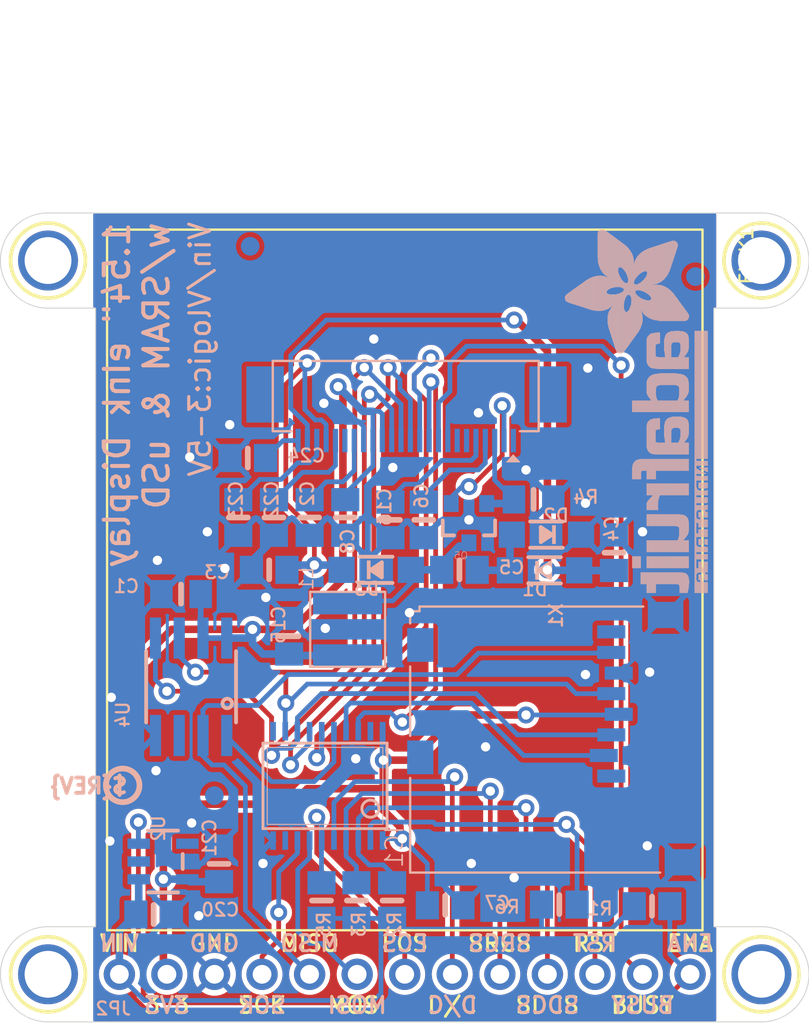
<source format=kicad_pcb>
(kicad_pcb (version 20221018) (generator pcbnew)
  (layers (0 "F.Cu" signal) (31 "B.Cu" signal) (34 "B.Paste" user) (35 "F.Paste" user) (36 "B.SilkS" user "B.Silkscreen") (37 "F.SilkS" user "F.Silkscreen") (38 "B.Mask" user) (39 "F.Mask" user) (44 "Edge.Cuts" user))
  (net 0 "")
  (net 1 "GND")
  (net 2 "3.3V")
  (net 3 "VGH")
  (net 4 "VGL")
  (net 5 "VIN")
  (net 6 "SCLK_3V")
  (net 7 "MOSI_3V")
  (net 8 "DISPCS_3V")
  (net 9 "SRAMCS_3V")
  (net 10 "RESET_3V")
  (net 11 "MISO")
  (net 12 "BUSY")
  (net 13 "RESET")
  (net 14 "SCLK")
  (net 15 "DISPCS")
  (net 16 "SRAMCS")
  (net 17 "SDCS_3V")
  (net 18 "SDCS")
  (net 19 "GDR")
  (net 20 "RESE")
  (net 21 "N$4")
  (net 22 "N$5")
  (net 23 "N$6")
  (net 24 "N$27")
  (net 25 "N$33")
  (net 26 "DC_3V")
  (net 27 "N$2")
  (net 28 "N$3")
  (net 29 "DC")
  (net 30 "MOSI")
  (net 31 "TSCL")
  (net 32 "TSDA")
  (net 33 "ENABLE")
  (net 34 "N$9")
  (footprint "working:MOUNTINGHOLE_2.5_PLATED" (layer "F.Cu") (at 167.5511 85.9536)
    (fp_text reference "U$6" hide)
    (fp_text value "MOUNTINGHOLE2.5" hide)
  )
  (footprint "working:MOUNTINGHOLE_2.5_PLATED" (layer "F.Cu") (at 129.4511 124.0536)
    (fp_text reference "U$3" hide)
    (fp_text value "MOUNTINGHOLE2.5" hide)
  )
  (footprint "working:MOUNTINGHOLE_2.5_PLATED" (layer "F.Cu") (at 167.5511 124.0536)
    (fp_text reference "U$4" hide)
    (fp_text value "MOUNTINGHOLE2.5" hide)
  )
  (footprint "working:MOUNTINGHOLE_2.5_PLATED" (layer "F.Cu") (at 129.4511 85.9536)
    (fp_text reference "U$5" hide)
    (fp_text value "MOUNTINGHOLE2.5" hide)
  )
  (footprint "working:EINK_154IN" (layer "F.Cu") (at 162.3041 92.0026 -90)
    (fp_text reference "EINK1")
    (fp_text value "EINK_EPD0231EINK_154IN_200X200")
  )
  (footprint "working:0805-NO" (layer "B.Cu") (at 147.7391 99.7966 90)
    (fp_text reference "C16")
    (fp_text value "1uF/25V")
  )
  (footprint "working:FIDUCIAL_1MM" (layer "B.Cu") (at 140.2461 85.1916 180)
    (fp_text reference "FID3" hide)
    (fp_text value "FIDUCIAL_1MM" hide)
  )
  (footprint "working:0805-NO" (layer "B.Cu") (at 149.5171 99.7966 90)
    (fp_text reference "C6")
    (fp_text value "1uF/10V")
  )
  (footprint "working:0805_10MGAP" (layer "B.Cu") (at 136.5539 103.7602 180)
    (fp_text reference "C1")
    (fp_text value "1uF")
  )
  (footprint "working:0805-NO" (layer "B.Cu") (at 151.4221 102.4636)
    (fp_text reference "C5")
    (fp_text value "4.7uF/25V")
  )
  (footprint "working:ADAFRUIT_TEXT_20MM" (layer "B.Cu") (at 164.6751 84.1286 -90)
    (fp_text reference "U$28" hide)
    (fp_text value "" hide)
  )
  (footprint "working:SOT23-5" (layer "B.Cu") (at 135.5931 118.0326 90)
    (fp_text reference "U2")
    (fp_text value "MIC5225-3.3")
  )
  (footprint "working:FIDUCIAL_1MM" (layer "B.Cu") (at 138.3321 114.5166 90)
    (fp_text reference "FID2" hide)
    (fp_text value "FIDUCIAL_1MM" hide)
  )
  (footprint "working:0805-NO" (layer "B.Cu") (at 141.2621 102.4636 180)
    (fp_text reference "C3")
    (fp_text value "1uF/25V")
  )
  (footprint "working:SOIC8_150MIL" (layer "B.Cu") (at 137.0921 108.7066 180)
    (fp_text reference "U4")
    (fp_text value "23K640-I/SN")
  )
  (footprint "working:PCBFEAT-REV-040" (layer "B.Cu") (at 133.4371 113.9676 180)
    (fp_text reference "U$9" hide)
    (fp_text value "" hide)
  )
  (footprint "working:0805-NO" (layer "B.Cu") (at 138.5851 118.1596 90)
    (fp_text reference "C21")
    (fp_text value "10µF")
  )
  (footprint "working:0805-NO" (layer "B.Cu") (at 143.4211 99.6696 90)
    (fp_text reference "C2")
    (fp_text value "1uF/10V")
  )
  (footprint "working:FIDUCIAL_1MM" (layer "B.Cu") (at 164.0271 86.8106 180)
    (fp_text reference "FID1" hide)
    (fp_text value "FIDUCIAL_1MM" hide)
  )
  (footprint "working:0805-NO" (layer "B.Cu") (at 150.6601 120.3706)
    (fp_text reference "C7")
    (fp_text value "1uF")
  )
  (footprint "working:TSSOP20" (layer "B.Cu") (at 144.2447 113.9952 180)
    (fp_text reference "IC1")
    (fp_text value "74LVC245PW")
  )
  (footprint "working:SOD-123" (layer "B.Cu") (at 156.0703 100.584 180)
    (fp_text reference "D2")
    (fp_text value "MBR0530")
  )
  (footprint "working:0805-NO" (layer "B.Cu") (at 142.3249 106.0078 -90)
    (fp_text reference "C15")
    (fp_text value "10uF/10V+")
  )
  (footprint "working:0805-NO" (layer "B.Cu") (at 145.9211 120.1166 -90)
    (fp_text reference "R3")
    (fp_text value "100K")
  )
  (footprint "working:0805-NO" (layer "B.Cu") (at 144.0561 120.1166 -90)
    (fp_text reference "R5")
    (fp_text value "100K")
  )
  (footprint "working:0805-NO" (layer "B.Cu") (at 159.6771 101.5492 90)
    (fp_text reference "C4")
    (fp_text value "1uF/25V")
  )
  (footprint "working:0805-NO" (layer "B.Cu") (at 161.7091 120.4176 180)
    (fp_text reference "R1")
    (fp_text value "100K")
  )
  (footprint "working:0805-NO" (layer "B.Cu") (at 139.6111 99.6696 90)
    (fp_text reference "C23")
    (fp_text value "1uF/25V")
  )
  (footprint "working:0805-NO" (layer "B.Cu") (at 147.8261 120.1166 -90)
    (fp_text reference "R2")
    (fp_text value "100K")
  )
  (footprint "working:INDUCTOR_4X4MM_NR401" (layer "B.Cu") (at 145.4531 105.6386 -90)
    (fp_text reference "L1")
    (fp_text value "10uH")
  )
  (footprint "working:0805-NO" (layer "B.Cu") (at 156.7561 120.3306 180)
    (fp_text reference "R6")
    (fp_text value "100K")
  )
  (footprint "working:0805-NO" (layer "B.Cu") (at 141.5161 99.6696 90)
    (fp_text reference "C22")
    (fp_text value "1uF/25V")
  )
  (footprint "working:SOD-123" (layer "B.Cu") (at 155.9687 102.489)
    (fp_text reference "D1")
    (fp_text value "MBR0530")
  )
  (footprint "working:MICROSD" (layer "B.Cu") (at 148.8911 104.4732 -90)
    (fp_text reference "X1")
    (fp_text value "MICROSD")
  )
  (footprint "working:0805_10MGAP" (layer "B.Cu") (at 155.3845 98.7044)
    (fp_text reference "R4")
    (fp_text value "0.47ohm")
  )
  (footprint "working:SOT23-3" (layer "B.Cu") (at 151.9301 99.9236)
    (fp_text reference "Q5")
    (fp_text value "IRLML0100")
  )
  (footprint "working:SOD-123" (layer "B.Cu") (at 146.9771 102.4636)
    (fp_text reference "D3")
    (fp_text value "MBR0530")
  )
  (footprint "working:0805-NO" (layer "B.Cu") (at 140.1191 96.4946)
    (fp_text reference "C24")
    (fp_text value "1uF/6V")
  )
  (footprint "working:0805-NO" (layer "B.Cu") (at 135.0911 120.8616)
    (fp_text reference "C20")
    (fp_text value "10µF")
  )
  (footprint "working:0805-NO" (layer "B.Cu") (at 145.3261 99.6696 -90)
    (fp_text reference "C8")
    (fp_text value "1uF")
  )
  (footprint "working:1X13_ROUND_70" (layer "B.Cu") (at 148.5011 124.0536)
    (fp_text reference "JP2")
    (fp_text value "")
  )
  (gr_arc (start 126.911101 124.053601) (mid 127.655049 122.257549) (end 129.4511 121.5136) (stroke (width 0.05)) (layer "Edge.Cuts"))
  (gr_line (start 167.5511 88.4936) (end 165.0111 88.4936) (stroke (width 0.05)) (layer "Edge.Cuts"))
  (gr_arc (start 170.0911 124.0536) (mid 169.347151 125.849651) (end 167.5511 126.5936) (stroke (width 0.05)) (layer "Edge.Cuts"))
  (gr_arc (start 129.4511 126.5936) (mid 127.655049 125.849651) (end 126.911101 124.053599) (stroke (width 0.05)) (layer "Edge.Cuts"))
  (gr_arc (start 167.5511 83.4136) (mid 169.347151 84.157549) (end 170.0911 85.9536) (stroke (width 0.05)) (layer "Edge.Cuts"))
  (gr_line (start 131.9911 88.4936) (end 131.9911 121.5136) (stroke (width 0.05)) (layer "Edge.Cuts"))
  (gr_line (start 165.0111 121.5136) (end 165.0111 88.4936) (stroke (width 0.05)) (layer "Edge.Cuts"))
  (gr_line (start 131.9911 121.5136) (end 129.4511 121.5136) (stroke (width 0.05)) (layer "Edge.Cuts"))
  (gr_line (start 167.5511 126.5936) (end 129.4511 126.5936) (stroke (width 0.05)) (layer "Edge.Cuts"))
  (gr_arc (start 126.9111 85.9536) (mid 127.655049 84.157548) (end 129.451101 83.413599) (stroke (width 0.05)) (layer "Edge.Cuts"))
  (gr_arc (start 167.5511 121.5136) (mid 169.347151 122.257549) (end 170.0911 124.0536) (stroke (width 0.05)) (layer "Edge.Cuts"))
  (gr_arc (start 170.0911 85.9536) (mid 169.347151 87.749651) (end 167.5511 88.4936) (stroke (width 0.05)) (layer "Edge.Cuts"))
  (gr_line (start 129.4511 83.4136) (end 167.5511 83.4136) (stroke (width 0.05)) (layer "Edge.Cuts"))
  (gr_arc (start 129.4511 88.4936) (mid 127.655049 87.749651) (end 126.911101 85.953599) (stroke (width 0.05)) (layer "Edge.Cuts"))
  (gr_line (start 167.5511 121.5136) (end 165.0111 121.5136) (stroke (width 0.05)) (layer "Edge.Cuts"))
  (gr_line (start 131.9911 88.4936) (end 129.4511 88.4936) (stroke (width 0.05)) (layer "Edge.Cuts"))
  (gr_text "ECS" (at 148.5011 122.4026) (layer "B.SilkS") (effects (font (size 0.8636 0.8636) (thickness 0.1524)) (justify mirror)))
  (gr_text "SDCS" (at 156.1211 125.7046) (layer "B.SilkS") (effects (font (size 0.8636 0.8636) (thickness 0.1524)) (justify mirror)))
  (gr_text "Vin/Vlogic:3-5V" (at 138.2141 83.7946 -270) (layer "B.SilkS") (effects (font (size 1.1049 1.1049) (thickness 0.1651)) (justify left bottom mirror)))
  (gr_text "MISO" (at 143.4211 122.4026) (layer "B.SilkS") (effects (font (size 0.8636 0.8636) (thickness 0.1524)) (justify mirror)))
  (gr_text "BUSY" (at 161.2011 125.7046) (layer "B.SilkS") (effects (font (size 0.8636 0.8636) (thickness 0.1524)) (justify mirror)))
  (gr_text "RST" (at 158.6611 122.4026) (layer "B.SilkS") (effects (font (size 0.8636 0.8636) (thickness 0.1524)) (justify mirror)))
  (gr_text "GND" (at 138.3411 122.4026) (layer "B.SilkS") (effects (font (size 0.8636 0.8636) (thickness 0.1524)) (justify mirror)))
  (gr_text "D/C" (at 151.0411 125.7046) (layer "B.SilkS") (effects (font (size 0.8636 0.8636) (thickness 0.1524)) (justify mirror)))
  (gr_text "ENA" (at 163.7411 122.4026) (layer "B.SilkS") (effects (font (size 0.8636 0.8636) (thickness 0.1524)) (justify mirror)))
  (gr_text "1.54\" eInk Display\nw/SRAM & uSD" (at 132.3721 83.7946 -270) (layer "B.SilkS") (effects (font (size 1.31064 1.31064) (thickness 0.21336)) (justify left top mirror)))
  (gr_text "SCK" (at 140.8811 125.7046) (layer "B.SilkS") (effects (font (size 0.8636 0.8636) (thickness 0.1524)) (justify mirror)))
  (gr_text "SRCS" (at 153.5811 122.4026) (layer "B.SilkS") (effects (font (size 0.8636 0.8636) (thickness 0.1524)) (justify mirror)))
  (gr_text "VIN" (at 133.2611 122.4026) (layer "B.SilkS") (effects (font (size 0.8636 0.8636) (thickness 0.1524)) (justify mirror)))
  (gr_text "MOSI" (at 145.9611 125.7046) (layer "B.SilkS") (effects (font (size 0.8636 0.8636) (thickness 0.1524)) (justify mirror)))
  (gr_text "3V3" (at 135.8011 125.7046) (layer "B.SilkS") (effects (font (size 0.8636 0.8636) (thickness 0.1524)) (justify mirror)))
  (gr_text "RST" (at 158.6611 122.4026) (layer "F.SilkS") (effects (font (size 0.8636 0.8636) (thickness 0.1524))))
  (gr_text "BUSY" (at 161.2011 125.7046) (layer "F.SilkS") (effects (font (size 0.8636 0.8636) (thickness 0.1524))))
  (gr_text "SCK" (at 140.8811 125.7046) (layer "F.SilkS") (effects (font (size 0.8636 0.8636) (thickness 0.1524))))
  (gr_text "GND" (at 138.3411 122.4026) (layer "F.SilkS") (effects (font (size 0.8636 0.8636) (thickness 0.1524))))
  (gr_text "MOSI" (at 145.9611 125.7046) (layer "F.SilkS") (effects (font (size 0.8636 0.8636) (thickness 0.1524))))
  (gr_text "MISO" (at 143.4211 122.4026) (layer "F.SilkS") (effects (font (size 0.8636 0.8636) (thickness 0.1524))))
  (gr_text "ECS" (at 148.5011 122.4026) (layer "F.SilkS") (effects (font (size 0.8636 0.8636) (thickness 0.1524))))
  (gr_text "3V3" (at 135.8011 125.7046) (layer "F.SilkS") (effects (font (size 0.8636 0.8636) (thickness 0.1524))))
  (gr_text "SDCS" (at 156.1211 125.7046) (layer "F.SilkS") (effects (font (size 0.8636 0.8636) (thickness 0.1524))))
  (gr_text "SRCS" (at 153.5811 122.4026) (layer "F.SilkS") (effects (font (size 0.8636 0.8636) (thickness 0.1524))))
  (gr_text "D/C" (at 151.0411 125.7046) (layer "F.SilkS") (effects (font (size 0.8636 0.8636) (thickness 0.1524))))
  (gr_text "ENA" (at 163.7411 122.4026) (layer "F.SilkS") (effects (font (size 0.8636 0.8636) (thickness 0.1524))))
  (gr_text "VIN" (at 133.2611 122.4026) (layer "F.SilkS") (effects (font (size 0.8636 0.8636) (thickness 0.1524))))
  (via (at 144.1831 93.5736) (size 0.9064) (drill 0.5) (layers "F.Cu" "B.Cu") (net 1))
  (via (at 152.8191 111.9124) (size 0.9064) (drill 0.5) (layers "F.Cu" "B.Cu") (net 1))
  (via (at 140.9319 118.1354) (size 0.9064) (drill 0.5) (layers "F.Cu" "B.Cu") (net 1))
  (via (at 158.2801 91.694) (size 0.9064) (drill 0.5) (layers "F.Cu" "B.Cu") (net 1))
  (via (at 135.2931 101.9556) (size 0.9064) (drill 0.5) (layers "F.Cu" "B.Cu") (net 1))
  (via (at 132.8293 109.2708) (size 0.9064) (drill 0.5) (layers "F.Cu" "B.Cu") (net 1))
  (via (at 137.9601 100.4316) (size 0.9064) (drill 0.5) (layers "F.Cu" "B.Cu") (net 1))
  (via (at 145.8849 112.5474) (size 0.9064) (drill 0.5) (layers "F.Cu" "B.Cu") (net 1))
  (via (at 137.1219 115.9764) (size 0.9064) (drill 0.5) (layers "F.Cu" "B.Cu") (net 1))
  (via (at 137.5029 120.9294) (size 0.9064) (drill 0.5) (layers "F.Cu" "B.Cu") (net 1))
  (via (at 152.0571 118.1354) (size 0.9064) (drill 0.5) (layers "F.Cu" "B.Cu") (net 1))
  (via (at 154.3431 118.8974) (size 0.9064) (drill 0.5) (layers "F.Cu" "B.Cu") (net 1))
  (via (at 151.9301 99.7966) (size 0.9064) (drill 0.5) (layers "F.Cu" "B.Cu") (net 1))
  (via (at 135.2169 113.1824) (size 0.9064) (drill 0.5) (layers "F.Cu" "B.Cu") (net 1))
  (via (at 147.8661 97.0026) (size 0.9064) (drill 0.5) (layers "F.Cu" "B.Cu") (net 1))
  (via (at 161.5821 107.9246) (size 0.9064) (drill 0.5) (layers "F.Cu" "B.Cu") (net 1))
  (via (at 132.7531 116.9416) (size 0.9064) (drill 0.5) (layers "F.Cu" "B.Cu") (net 1))
  (via (at 158.1531 98.9076) (size 0.9064) (drill 0.5) (layers "F.Cu" "B.Cu") (net 1))
  (via (at 144.2593 105.5878) (size 0.9064) (drill 0.5) (layers "F.Cu" "B.Cu") (net 1))
  (via (at 141.0843 103.9368) (size 0.9064) (drill 0.5) (layers "F.Cu" "B.Cu") (net 1))
  (via (at 137.0203 96.4438) (size 0.9064) (drill 0.5) (layers "F.Cu" "B.Cu") (net 1))
  (via (at 152.4381 94.0816) (size 0.9064) (drill 0.5) (layers "F.Cu" "B.Cu") (net 1))
  (via (at 146.8501 90.1446) (size 0.9064) (drill 0.5) (layers "F.Cu" "B.Cu") (net 1))
  (via (at 139.1539 94.7166) (size 0.9064) (drill 0.5) (layers "F.Cu" "B.Cu") (net 1))
  (via (at 161.2011 100.4316) (size 0.9064) (drill 0.5) (layers "F.Cu" "B.Cu") (net 1))
  (via (at 138.8999 102.3874) (size 0.9064) (drill 0.5) (layers "F.Cu" "B.Cu") (net 1))
  (via (at 158.1531 108.0516) (size 0.9064) (drill 0.5) (layers "F.Cu" "B.Cu") (net 1))
  (via (at 148.7551 104.7496) (size 0.9064) (drill 0.5) (layers "F.Cu" "B.Cu") (net 1))
  (via (at 161.4551 117.1956) (size 0.9064) (drill 0.5) (layers "F.Cu" "B.Cu") (net 1))
  (via (at 154.9781 97.1296) (size 0.9064) (drill 0.5) (layers "F.Cu" "B.Cu") (net 1))
  (segment (start 146.3041 95.5626) (end 146.3041 94.8056) (width 0.254) (layer "B.Cu") (net 1))
  (segment (start 145.3261 94.5896) (end 144.3101 93.5736) (width 0.254) (layer "B.Cu") (net 1))
  (segment (start 150.8041 94.5726) (end 151.1681 94.2086) (width 0.254) (layer "B.Cu") (net 1))
  (segment (start 141.1351 101.1936) (end 141.1351 100.8126) (width 0.4064) (layer "B.Cu") (net 1))
  (segment (start 150.8041 95.5626) (end 150.8041 94.5726) (width 0.254) (layer "B.Cu") (net 1))
  (segment (start 140.3121 102.0166) (end 141.1351 101.1936) (width 0.4064) (layer "B.Cu") (net 1))
  (segment (start 146.3041 94.8056) (end 146.0881 94.5896) (width 0.254) (layer "B.Cu") (net 1))
  (segment (start 146.0881 94.5896) (end 145.3261 94.5896) (width 0.254) (layer "B.Cu") (net 1))
  (segment (start 144.3101 93.5736) (end 144.1831 93.5736) (width 0.254) (layer "B.Cu") (net 1))
  (segment (start 140.3121 102.4636) (end 140.3121 102.0166) (width 0.4064) (layer "B.Cu") (net 1))
  (segment (start 134.0231 107.6706) (end 136.0551 105.6386) (width 0.4064) (layer "F.Cu") (net 2))
  (segment (start 148.2471 116.6876) (end 148.2471 116.1796) (width 0.4064) (layer "F.Cu") (net 2))
  (segment (start 151.2951 110.2106) (end 148.8821 112.6236) (width 0.4064) (layer "F.Cu") (net 2))
  (segment (start 148.3741 116.8146) (end 148.2471 116.6876) (width 0.4064) (layer "F.Cu") (net 2))
  (segment (start 145.1991 92.9386) (end 144.9451 92.6846) (width 0.4064) (layer "F.Cu") (net 2))
  (segment (start 145.1991 102.9716) (end 145.1991 92.9386) (width 0.4064) (layer "F.Cu") (net 2))
  (segment (start 134.0231 113.3856) (end 134.0231 107.6706) (width 0.4064) (layer "F.Cu") (net 2))
  (segment (start 151.2951 110.2106) (end 154.9781 110.2106) (width 0.4064) (layer "F.Cu") (net 2))
  (segment (start 135.6106 114.9731) (end 134.0231 113.3856) (width 0.4064) (layer "F.Cu") (net 2))
  (segment (start 142.5321 105.6386) (end 145.1991 102.9716) (width 0.4064) (layer "F.Cu") (net 2))
  (segment (start 143.2941 114.1476) (end 147.3581 114.1476) (width 0.4064) (layer "F.Cu") (net 2))
  (segment (start 148.2471 116.1796) (end 147.3581 115.2906) (width 0.4064) (layer "F.Cu") (net 2))
  (segment (start 135.6106 118.9736) (end 135.6106 114.9731) (width 0.4064) (layer "F.Cu") (net 2))
  (segment (start 135.6106 123.8631) (end 135.6106 118.9736) (width 0.4064) (layer "F.Cu") (net 2))
  (segment (start 147.3581 115.2906) (end 147.3581 114.1476) (width 0.4064) (layer "F.Cu") (net 2))
  (segment (start 135.8011 124.0536) (end 135.6106 123.8631) (width 0.4064) (layer "F.Cu") (net 2))
  (segment (start 135.6106 114.9731) (end 142.4686 114.9731) (width 0.4064) (layer "F.Cu") (net 2))
  (segment (start 148.8821 112.6236) (end 147.3581 112.6236) (width 0.4064) (layer "F.Cu") (net 2))
  (segment (start 147.3581 114.1476) (end 147.3581 112.6236) (width 0.4064) (layer "F.Cu") (net 2))
  (segment (start 140.3731 105.6386) (end 142.5321 105.6386) (width 0.4064) (layer "F.Cu") (net 2))
  (segment (start 142.4686 114.9731) (end 143.2941 114.1476) (width 0.4064) (layer "F.Cu") (net 2))
  (segment (start 136.0551 105.6386) (end 140.3731 105.6386) (width 0.4064) (layer "F.Cu") (net 2))
  (via (at 148.3741 116.8146) (size 0.9064) (drill 0.5) (layers "F.Cu" "B.Cu") (net 2))
  (via (at 154.9781 110.2106) (size 0.9064) (drill 0.5) (layers "F.Cu" "B.Cu") (net 2))
  (via (at 135.6106 118.9736) (size 0.9064) (drill 0.5) (layers "F.Cu" "B.Cu") (net 2))
  (via (at 147.3581 112.6236) (size 0.9064) (drill 0.5) (layers "F.Cu" "B.Cu") (net 2))
  (via (at 144.9451 92.6846) (size 0.9064) (drill 0.5) (layers "F.Cu" "B.Cu") (net 2))
  (via (at 140.3731 105.6386) (size 0.9064) (drill 0.5) (layers "F.Cu" "B.Cu") (net 2))
  (segment (start 146.8041 95.5626) (end 146.8041 94.0006) (width 0.254) (layer "B.Cu") (net 2))
  (segment (start 146.8041 95.5626) (end 146.8041 96.9216) (width 0.254) (layer "B.Cu") (net 2))
  (segment (start 137.0202 119.1096) (end 136.8932 118.9826) (width 0.4064) (layer "B.Cu") (net 2))
  (segment (start 146.8041 94.0006) (end 146.2611 94.0006) (width 0.4064) (layer "B.Cu") (net 2))
  (segment (start 145.4531 107.0386) (end 142.4057 107.0386) (width 0.4064) (layer "B.Cu") (net 2))
  (segment (start 147.4181 116.8146) (end 148.3741 116.8146) (width 0.254) (layer "B.Cu") (net 2))
  (segment (start 138.5851 119.1096) (end 137.0202 119.1096) (width 0.4064) (layer "B.Cu") (net 2))
  (segment (start 140.3331 106.1066) (end 140.3731 106.1466) (width 0.4064) (layer "B.Cu") (net 2))
  (segment (start 142.4057 107.0386) (end 142.3249 106.9578) (width 0.4064) (layer "B.Cu") (net 2))
  (segment (start 146.8041 96.9216) (end 145.3261 98.3996) (width 0.254) (layer "B.Cu") (net 2))
  (segment (start 147.3041 94.1546) (end 147.1501 94.0006) (width 0.254) (layer "B.Cu") (net 2))
  (segment (start 138.9971 106.1066) (end 137.7271 106.1066) (width 0.3048) (layer "B.Cu") (net 2))
  (segment (start 159.9311 110.1732) (end 159.9311 110.2106) (width 0.254) (layer "B.Cu") (net 2))
  (segment (start 140.9303 106.9578) (end 140.3731 106.4006) (width 0.4064) (layer "B.Cu") (net 2))
  (segment (start 140.3731 106.1466) (end 140.3731 105.6386) (width 0.4064) (layer "B.Cu") (net 2))
  (segment (start 137.6039 105.9834) (end 137.6039 103.7602) (width 0.3048) (layer "B.Cu") (net 2))
  (segment (start 140.3731 106.4006) (end 140.3731 106.1466) (width 0.4064) (layer "B.Cu") (net 2))
  (segment (start 147.3197 112.6236) (end 147.3581 112.6236) (width 0.3048) (layer "B.Cu") (net 2))
  (segment (start 146.2611 94.0006) (end 144.9451 92.6846) (width 0.4064) (layer "B.Cu") (net 2))
  (segment (start 147.1501 94.0006) (end 146.8041 94.0006) (width 0.254) (layer "B.Cu") (net 2))
  (segment (start 145.3261 98.3996) (end 145.3261 98.7196) (width 0.254) (layer "B.Cu") (net 2))
  (segment (start 142.3249 106.9578) (end 140.9303 106.9578) (width 0.4064) (layer "B.Cu") (net 2))
  (segment (start 136.8842 118.9736) (end 135.6106 118.9736) (width 0.4064) (layer "B.Cu") (net 2))
  (segment (start 136.8932 118.9826) (end 136.8842 118.9736) (width 0.4064) (layer "B.Cu") (net 2))
  (segment (start 144.9451 92.6496) (end 144.9451 92.6846) (width 0.4064) (layer "B.Cu") (net 2))
  (segment (start 138.9971 106.1066) (end 140.3331 106.1066) (width 0.4064) (layer "B.Cu") (net 2))
  (segment (start 147.3197 111.0774) (end 147.3197 112.6236) (width 0.3048) (layer "B.Cu") (net 2))
  (segment (start 149.7101 120.3706) (end 149.7101 118.1506) (width 0.254) (layer "B.Cu") (net 2))
  (segment (start 149.7101 118.1506) (end 148.3741 116.8146) (width 0.254) (layer "B.Cu") (net 2))
  (segment (start 137.7271 106.1066) (end 137.6039 105.9834) (width 0.3048) (layer "B.Cu") (net 2))
  (segment (start 147.3197 116.913) (end 147.4181 116.8146) (width 0.254) (layer "B.Cu") (net 2))
  (segment (start 147.3041 94.1546) (end 147.3041 95.5626) (width 0.254) (layer "B.Cu") (net 2))
  (segment (start 159.9311 110.2106) (end 154.9781 110.2106) (width 0.254) (layer "B.Cu") (net 2))
  (segment (start 142.1511 92.5576) (end 143.2941 91.4146) (width 0.254) (layer "F.Cu") (net 3))
  (segment (start 143.6751 102.2096) (end 143.6751 100.4316) (width 0.254) (layer "F.Cu") (net 3))
  (segment (start 142.1511 98.9076) (end 142.1511 92.5576) (width 0.254) (layer "F.Cu") (net 3))
  (segment (start 143.6751 100.4316) (end 142.1511 98.9076) (width 0.254) (layer "F.Cu") (net 3))
  (via (at 143.2941 91.4146) (size 0.9064) (drill 0.5) (layers "F.Cu" "B.Cu") (net 3))
  (via (at 143.6751 102.2096) (size 0.9064) (drill 0.5) (layers "F.Cu" "B.Cu") (net 3))
  (segment (start 144.8181 102.4636) (end 144.5641 102.2096) (width 0.4064) (layer "B.Cu") (net 3))
  (segment (start 143.1671 91.7956) (end 143.2941 91.6686) (width 0.254) (layer "B.Cu") (net 3))
  (segment (start 142.2121 102.3366) (end 142.4051 102.3366) (width 0.4064) (layer "B.Cu") (net 3))
  (segment (start 144.3041 95.5626) (end 144.3041 94.7106) (width 0.254) (layer "B.Cu") (net 3))
  (segment (start 142.5321 102.2096) (end 143.6751 102.2096) (width 0.4064) (layer "B.Cu") (net 3))
  (segment (start 144.3041 94.7106) (end 144.0561 94.4626) (width 0.254) (layer "B.Cu") (net 3))
  (segment (start 145.1271 102.4636) (end 144.8181 102.4636) (width 0.4064) (layer "B.Cu") (net 3))
  (segment (start 142.2121 102.4636) (end 142.2121 102.3366) (width 0.4064) (layer "B.Cu") (net 3))
  (segment (start 144.0561 94.4626) (end 143.7259 94.4626) (width 0.254) (layer "B.Cu") (net 3))
  (segment (start 144.5641 102.2096) (end 143.6751 102.2096) (width 0.4064) (layer "B.Cu") (net 3))
  (segment (start 143.7259 94.4626) (end 143.1671 93.9038) (width 0.254) (layer "B.Cu") (net 3))
  (segment (start 142.4051 102.3366) (end 142.5321 102.2096) (width 0.4064) (layer "B.Cu") (net 3))
  (segment (start 143.1671 93.9038) (end 143.1671 91.7956) (width 0.254) (layer "B.Cu") (net 3))
  (segment (start 143.2941 91.6686) (end 143.2941 91.4146) (width 0.254) (layer "B.Cu") (net 3))
  (segment (start 156.1211 90.7796) (end 154.4701 89.1286) (width 0.4064) (layer "F.Cu") (net 4))
  (segment (start 154.3431 89.1286) (end 154.4701 89.1286) (width 0.254) (layer "F.Cu") (net 4))
  (segment (start 156.1211 102.4636) (end 156.1211 90.7796) (width 0.4064) (layer "F.Cu") (net 4))
  (via (at 154.3431 89.1286) (size 0.9064) (drill 0.5) (layers "F.Cu" "B.Cu") (net 4))
  (via (at 156.1211 102.4636) (size 0.9064) (drill 0.5) (layers "F.Cu" "B.Cu") (net 4))
  (segment (start 142.4151 93.8376) (end 142.4151 91.0236) (width 0.254) (layer "B.Cu") (net 4))
  (segment (start 142.4151 91.0236) (end 144.3101 89.1286) (width 0.254) (layer "B.Cu") (net 4))
  (segment (start 143.3041 95.5626) (end 143.3041 94.7266) (width 0.254) (layer "B.Cu") (net 4))
  (segment (start 157.8187 102.489) (end 156.1465 102.489) (width 0.4064) (layer "B.Cu") (net 4))
  (segment (start 156.1465 102.489) (end 156.1211 102.4636) (width 0.4064) (layer "B.Cu") (net 4))
  (segment (start 157.8289 102.4992) (end 157.8187 102.489) (width 0.4064) (layer "B.Cu") (net 4))
  (segment (start 143.3041 94.7266) (end 142.4151 93.8376) (width 0.254) (layer "B.Cu") (net 4))
  (segment (start 159.6771 102.4992) (end 157.8289 102.4992) (width 0.4064) (layer "B.Cu") (net 4))
  (segment (start 144.3101 89.1286) (end 154.3431 89.1286) (width 0.254) (layer "B.Cu") (net 4))
  (segment (start 145.9211 121.0666) (end 144.0561 121.0666) (width 0.254) (layer "B.Cu") (net 5))
  (segment (start 147.2311 125.0696) (end 147.2311 121.1936) (width 0.254) (layer "B.Cu") (net 5))
  (segment (start 159.5361 121.6406) (end 155.8061 121.6406) (width 0.254) (layer "B.Cu") (net 5))
  (segment (start 147.2311 121.1936) (end 147.1041 121.0666) (width 0.254) (layer "B.Cu") (net 5))
  (segment (start 155.8061 121.6406) (end 147.8261 121.6406) (width 0.254) (layer "B.Cu") (net 5))
  (segment (start 159.5361 121.6406) (end 160.7591 120.4176) (width 0.254) (layer "B.Cu") (net 5))
  (segment (start 133.2611 121.7416) (end 134.1411 120.8616) (width 0.4064) (layer "B.Cu") (net 5))
  (segment (start 155.8061 120.3306) (end 155.8061 121.6406) (width 0.254) (layer "B.Cu") (net 5))
  (segment (start 147.8261 121.0666) (end 147.1041 121.0666) (width 0.254) (layer "B.Cu") (net 5))
  (segment (start 133.2611 124.1171) (end 133.2611 124.0536) (width 0.254) (layer "B.Cu") (net 5))
  (segment (start 147.8261 121.6406) (end 147.8261 121.0666) (width 0.254) (layer "B.Cu") (net 5))
  (segment (start 146.8501 125.4506) (end 147.2311 125.0696) (width 0.254) (layer "B.Cu") (net 5))
  (segment (start 134.293 120.7097) (end 134.1411 120.8616) (width 0.4064) (layer "B.Cu") (net 5))
  (segment (start 134.5946 125.4506) (end 133.2611 124.1171) (width 0.254) (layer "B.Cu") (net 5))
  (segment (start 134.293 118.9826) (end 134.293 120.7097) (width 0.4064) (layer "B.Cu") (net 5))
  (segment (start 146.8501 125.4506) (end 134.5946 125.4506) (width 0.254) (layer "B.Cu") (net 5))
  (segment (start 147.1041 121.0666) (end 145.9211 121.0666) (width 0.254) (layer "B.Cu") (net 5))
  (segment (start 133.2611 124.0536) (end 133.2611 121.7416) (width 0.4064) (layer "B.Cu") (net 5))
  (segment (start 142.1511 107.9246) (end 137.3251 107.9246) (width 0.254) (layer "F.Cu") (net 6))
  (segment (start 144.6911 107.9246) (end 145.8341 106.7816) (width 0.254) (layer "F.Cu") (net 6))
  (segment (start 142.1511 109.5756) (end 142.1511 107.9246) (width 0.254) (layer "F.Cu") (net 6))
  (segment (start 145.8341 106.7816) (end 145.8341 92.1766) (width 0.254) (layer "F.Cu") (net 6))
  (segment (start 144.6911 107.9246) (end 142.1511 107.9246) (width 0.254) (layer "F.Cu") (net 6))
  (segment (start 145.8341 92.1766) (end 146.3421 91.6686) (width 0.254) (layer "F.Cu") (net 6))
  (via (at 137.3251 107.9246) (size 0.9064) (drill 0.5) (layers "F.Cu" "B.Cu") (net 6))
  (via (at 146.3421 91.6686) (size 0.9064) (drill 0.5) (layers "F.Cu" "B.Cu") (net 6))
  (via (at 142.1511 109.5756) (size 0.9064) (drill 0.5) (layers "F.Cu" "B.Cu") (net 6))
  (segment (start 157.1371 108.5596) (end 157.6507 109.0732) (width 0.254) (layer "B.Cu") (net 6))
  (segment (start 142.1197 109.734) (end 142.1197 109.607) (width 0.254) (layer "B.Cu") (net 6))
  (segment (start 157.6507 109.0732) (end 159.5311 109.0732) (width 0.254) (layer "B.Cu") (net 6))
  (segment (start 137.3251 107.9246) (end 136.4571 107.0566) (width 0.254) (layer "B.Cu") (net 6))
  (segment (start 142.1197 109.734) (end 143.2941 108.5596) (width 0.254) (layer "B.Cu") (net 6))
  (segment (start 142.1197 111.0774) (end 142.1197 109.734) (width 0.254) (layer "B.Cu") (net 6))
  (segment (start 148.3041 93.6306) (end 148.3041 95.5626) (width 0.254) (layer "B.Cu") (net 6))
  (segment (start 136.4571 107.0566) (end 136.4571 106.1066) (width 0.254) (layer "B.Cu") (net 6))
  (segment (start 146.3421 91.6686) (end 148.3041 93.6306) (width 0.254) (layer "B.Cu") (net 6))
  (segment (start 142.1197 109.607) (end 142.1511 109.5756) (width 0.254) (layer "B.Cu") (net 6))
  (segment (start 143.2941 108.5596) (end 157.1371 108.5596) (width 0.254) (layer "B.Cu") (net 6))
  (segment (start 141.3891 112.1156) (end 141.3891 112.3696) (width 0.254) (layer "F.Cu") (net 7))
  (segment (start 146.3421 107.1626) (end 141.3891 112.1156) (width 0.254) (layer "F.Cu") (net 7))
  (segment (start 135.8011 108.9406) (end 139.9921 108.9406) (width 0.254) (layer "F.Cu") (net 7))
  (segment (start 146.3421 107.1626) (end 146.3421 93.3704) (width 0.254) (layer "F.Cu") (net 7))
  (segment (start 139.9921 108.9406) (end 141.3891 110.3376) (width 0.254) (layer "F.Cu") (net 7))
  (segment (start 146.3421 93.3704) (end 146.6215 93.091) (width 0.254) (layer "F.Cu") (net 7))
  (segment (start 141.3891 110.3376) (end 141.3891 112.1156) (width 0.254) (layer "F.Cu") (net 7))
  (via (at 135.8011 108.9406) (size 0.9064) (drill 0.5) (layers "F.Cu" "B.Cu") (net 7))
  (via (at 146.6215 93.091) (size 0.9064) (drill 0.5) (layers "F.Cu" "B.Cu") (net 7))
  (via (at 141.3891 112.3696) (size 0.9064) (drill 0.5) (layers "F.Cu" "B.Cu") (net 7))
  (segment (start 142.7697 111.624) (end 142.4051 111.9886) (width 0.254) (layer "B.Cu") (net 7))
  (segment (start 154.5167 111.2732) (end 152.3111 109.0676) (width 0.254) (layer "B.Cu") (net 7))
  (segment (start 152.3111 109.0676) (end 144.0561 109.0676) (width 0.254) (layer "B.Cu") (net 7))
  (segment (start 144.0561 109.0676) (end 142.7697 110.354) (width 0.254) (layer "B.Cu") (net 7))
  (segment (start 147.8041 93.8926) (end 147.0025 93.091) (width 0.254) (layer "B.Cu") (net 7))
  (segment (start 142.4051 111.9886) (end 141.7701 111.9886) (width 0.254) (layer "B.Cu") (net 7))
  (segment (start 135.1871 108.3266) (end 135.8011 108.9406) (width 0.254) (layer "B.Cu") (net 7))
  (segment (start 141.7701 111.9886) (end 141.3891 112.3696) (width 0.254) (layer "B.Cu") (net 7))
  (segment (start 142.7697 111.0774) (end 142.7697 110.354) (width 0.254) (layer "B.Cu") (net 7))
  (segment (start 135.1871 106.1066) (end 135.1871 108.3266) (width 0.254) (layer "B.Cu") (net 7))
  (segment (start 159.5311 111.2732) (end 154.5167 111.2732) (width 0.254) (layer "B.Cu") (net 7))
  (segment (start 147.8041 93.8926) (end 147.8041 95.5626) (width 0.254) (layer "B.Cu") (net 7))
  (segment (start 147.0025 93.091) (end 146.6215 93.091) (width 0.254) (layer "B.Cu") (net 7))
  (segment (start 142.7697 111.0774) (end 142.7697 111.624) (width 0.254) (layer "B.Cu") (net 7))
  (segment (start 142.4051 111.8616) (end 142.4051 112.8776) (width 0.254) (layer "F.Cu") (net 8))
  (segment (start 146.8501 94.0816) (end 146.8501 107.4166) (width 0.254) (layer "F.Cu") (net 8))
  (segment (start 147.6121 91.6686) (end 147.6121 93.3196) (width 0.254) (layer "F.Cu") (net 8))
  (segment (start 146.8501 107.4166) (end 142.4051 111.8616) (width 0.254) (layer "F.Cu") (net 8))
  (segment (start 147.6121 93.3196) (end 146.8501 94.0816) (width 0.254) (layer "F.Cu") (net 8))
  (via (at 147.6121 91.6686) (size 0.9064) (drill 0.5) (layers "F.Cu" "B.Cu") (net 8))
  (via (at 142.4051 112.8776) (size 0.9064) (drill 0.5) (layers "F.Cu" "B.Cu") (net 8))
  (segment (start 148.2471 92.3036) (end 147.6121 91.6686) (width 0.254) (layer "B.Cu") (net 8))
  (segment (start 147.9151 91.9716) (end 147.6121 91.6686) (width 0.254) (layer "B.Cu") (net 8))
  (segment (start 142.4051 112.8776) (end 142.4051 112.7506) (width 0.254) (layer "B.Cu") (net 8))
  (segment (start 148.8041 93.3686) (end 148.2471 92.8116) (width 0.254) (layer "B.Cu") (net 8))
  (segment (start 143.4197 111.736) (end 143.4197 111.0774) (width 0.254) (layer "B.Cu") (net 8))
  (segment (start 148.2471 92.8116) (end 148.2471 92.3036) (width 0.254) (layer "B.Cu") (net 8))
  (segment (start 142.4051 112.7506) (end 143.4197 111.736) (width 0.254) (layer "B.Cu") (net 8))
  (segment (start 148.8041 95.5626) (end 148.8041 93.3686) (width 0.254) (layer "B.Cu") (net 8))
  (segment (start 143.6751 113.7666) (end 141.3891 113.7666) (width 0.254) (layer "B.Cu") (net 9))
  (segment (start 138.9761 111.3276) (end 138.9971 111.3066) (width 0.254) (layer "B.Cu") (net 9))
  (segment (start 138.9291 111.3066) (end 138.9971 111.3066) (width 0.254) (layer "B.Cu") (net 9))
  (segment (start 144.7197 111.0774) (end 144.7197 112.722) (width 0.254) (layer "B.Cu") (net 9))
  (segment (start 141.3891 113.7666) (end 138.9291 111.3066) (width 0.254) (layer "B.Cu") (net 9))
  (segment (start 144.7197 112.722) (end 143.6751 113.7666) (width 0.254) (layer "B.Cu") (net 9))
  (segment (start 150.1521 92.6846) (end 149.8981 92.4306) (width 0.254) (layer "F.Cu") (net 10))
  (segment (start 150.1521 108.8136) (end 150.1521 92.6846) (width 0.254) (layer "F.Cu") (net 10))
  (segment (start 148.3741 110.5916) (end 150.1521 108.8136) (width 0.254) (layer "F.Cu") (net 10))
  (via (at 148.3741 110.5916) (size 0.9064) (drill 0.5) (layers "F.Cu" "B.Cu") (net 10))
  (via (at 149.8981 92.4306) (size 0.9064) (drill 0.5) (layers "F.Cu" "B.Cu") (net 10))
  (segment (start 146.0197 110.406) (end 146.3421 110.0836) (width 0.254) (layer "B.Cu") (net 10))
  (segment (start 149.8041 95.5626) (end 149.8041 92.5246) (width 0.254) (layer "B.Cu") (net 10))
  (segment (start 146.0197 111.0774) (end 146.0197 110.406) (width 0.254) (layer "B.Cu") (net 10))
  (segment (start 148.2471 110.5916) (end 148.3741 110.5916) (width 0.254) (layer "B.Cu") (net 10))
  (segment (start 146.3421 110.0836) (end 147.7391 110.0836) (width 0.254) (layer "B.Cu") (net 10))
  (segment (start 147.7391 110.0836) (end 148.2471 110.5916) (width 0.254) (layer "B.Cu") (net 10))
  (segment (start 149.8981 92.4306) (end 149.8041 92.5246) (width 0.254) (layer "B.Cu") (net 10))
  (segment (start 137.9601 109.7026) (end 137.7061 109.9566) (width 0.254) (layer "B.Cu") (net 11))
  (segment (start 158.7881 106.9086) (end 158.8235 106.8732) (width 0.254) (layer "B.Cu") (net 11))
  (segment (start 139.9921 114.0206) (end 138.8491 112.8776) (width 0.254) (layer "B.Cu") (net 11))
  (segment (start 138.2141 112.8776) (end 137.7061 112.3696) (width 0.254) (layer "B.Cu") (net 11))
  (segment (start 137.7061 112.3696) (end 137.7271 112.3189) (width 0.254) (layer "B.Cu") (net 11))
  (segment (start 142.2781 108.0516) (end 151.2951 108.0516) (width 0.254) (layer "B.Cu") (net 11))
  (segment (start 137.7271 110.0073) (end 137.7271 111.3066) (width 0.254) (layer "B.Cu") (net 11))
  (segment (start 152.4381 106.9086) (end 158.7881 106.9086) (width 0.254) (layer "B.Cu") (net 11))
  (segment (start 139.9921 120.6246) (end 143.4211 124.0536) (width 0.254) (layer "B.Cu") (net 11))
  (segment (start 142.2781 108.0516) (end 140.6271 109.7026) (width 0.254) (layer "B.Cu") (net 11))
  (segment (start 138.8491 112.8776) (end 138.2141 112.8776) (width 0.254) (layer "B.Cu") (net 11))
  (segment (start 140.6271 109.7026) (end 137.9601 109.7026) (width 0.254) (layer "B.Cu") (net 11))
  (segment (start 137.7271 112.3189) (end 137.7271 111.3066) (width 0.254) (layer "B.Cu") (net 11))
  (segment (start 151.2951 108.0516) (end 152.4381 106.9086) (width 0.254) (layer "B.Cu") (net 11))
  (segment (start 159.5311 106.8732) (end 158.8235 106.8732) (width 0.254) (layer "B.Cu") (net 11))
  (segment (start 139.9921 114.0206) (end 139.9921 120.6246) (width 0.254) (layer "B.Cu") (net 11))
  (segment (start 137.7061 109.956599) (end 137.7271 110.0073) (width 0.254) (layer "B.Cu") (net 11))
  (segment (start 137.7061 112.3696) (end 137.7061 112.3696) (width 0.254) (layer "B.Cu") (net 11))
  (segment (start 137.7061 109.9566) (end 137.7061 109.956599) (width 0.254) (layer "B.Cu") (net 11))
  (segment (start 160.0581 122.9741) (end 161.1376 124.0536) (width 0.254) (layer "F.Cu") (net 12))
  (segment (start 160.0581 91.5416) (end 160.0581 122.9741) (width 0.254) (layer "F.Cu") (net 12))
  (segment (start 161.1376 124.0536) (end 161.2011 124.0536) (width 0.254) (layer "F.Cu") (net 12))
  (via (at 160.0581 91.5416) (size 0.9064) (drill 0.5) (layers "F.Cu" "B.Cu") (net 12))
  (segment (start 151.8031 90.5256) (end 159.0421 90.5256) (width 0.254) (layer "B.Cu") (net 12))
  (segment (start 150.9141 91.4146) (end 151.8031 90.5256) (width 0.254) (layer "B.Cu") (net 12))
  (segment (start 159.0421 90.5256) (end 160.0581 91.5416) (width 0.254) (layer "B.Cu") (net 12))
  (segment (start 150.3041 95.5626) (end 150.3041 93.5486) (width 0.254) (layer "B.Cu") (net 12))
  (segment (start 150.3041 93.5486) (end 150.9141 92.9386) (width 0.254) (layer "B.Cu") (net 12))
  (segment (start 150.9141 92.9386) (end 150.9141 91.4146) (width 0.254) (layer "B.Cu") (net 12))
  (segment (start 157.1371 116.0526) (end 158.6611 117.5766) (width 0.254) (layer "F.Cu") (net 13))
  (segment (start 158.6611 117.5766) (end 158.6611 124.0536) (width 0.254) (layer "F.Cu") (net 13))
  (via (at 157.1371 116.0526) (size 0.9064) (drill 0.5) (layers "F.Cu" "B.Cu") (net 13))
  (segment (start 150.0251 115.9256) (end 150.1521 116.0526) (width 0.254) (layer "B.Cu") (net 13))
  (segment (start 146.8501 115.9256) (end 150.0251 115.9256) (width 0.254) (layer "B.Cu") (net 13))
  (segment (start 157.7061 116.6216) (end 157.1371 116.0526) (width 0.254) (layer "B.Cu") (net 13))
  (segment (start 146.6697 116.106) (end 146.8501 115.9256) (width 0.254) (layer "B.Cu") (net 13))
  (segment (start 157.7061 120.3306) (end 157.7061 116.6216) (width 0.254) (layer "B.Cu") (net 13))
  (segment (start 146.6697 116.913) (end 146.6697 116.106) (width 0.254) (layer "B.Cu") (net 13))
  (segment (start 150.1521 116.0526) (end 157.1371 116.0526) (width 0.254) (layer "B.Cu") (net 13))
  (segment (start 141.7701 122.2121) (end 140.8811 123.1011) (width 0.254) (layer "F.Cu") (net 14))
  (segment (start 140.8811 123.1011) (end 140.8811 124.0536) (width 0.254) (layer "F.Cu") (net 14))
  (segment (start 141.7701 120.7516) (end 141.7701 122.2121) (width 0.254) (layer "F.Cu") (net 14))
  (via (at 141.7701 120.7516) (size 0.9064) (drill 0.5) (layers "F.Cu" "B.Cu") (net 14))
  (segment (start 142.7697 117.593) (end 141.7701 118.5926) (width 0.254) (layer "B.Cu") (net 14))
  (segment (start 141.7701 118.5926) (end 141.7701 120.7516) (width 0.254) (layer "B.Cu") (net 14))
  (segment (start 142.7697 116.913) (end 142.7697 117.593) (width 0.254) (layer "B.Cu") (net 14))
  (segment (start 143.8021 115.6716) (end 143.8021 117.5766) (width 0.254) (layer "F.Cu") (net 15))
  (segment (start 143.8021 117.5766) (end 148.5011 122.2756) (width 0.254) (layer "F.Cu") (net 15))
  (segment (start 148.5011 122.2756) (end 148.5011 124.0536) (width 0.254) (layer "F.Cu") (net 15))
  (via (at 143.8021 115.6716) (size 0.9064) (drill 0.5) (layers "F.Cu" "B.Cu") (net 15))
  (segment (start 144.0697 116.913) (end 144.0561 116.9266) (width 0.254) (layer "B.Cu") (net 15))
  (segment (start 144.0697 115.9392) (end 143.8021 115.6716) (width 0.254) (layer "B.Cu") (net 15))
  (segment (start 144.0697 116.913) (end 144.0697 115.9392) (width 0.254) (layer "B.Cu") (net 15))
  (segment (start 144.0561 116.9266) (end 144.0561 119.1666) (width 0.254) (layer "B.Cu") (net 15))
  (segment (start 153.5811 119.8626) (end 153.0731 119.3546) (width 0.254) (layer "F.Cu") (net 16))
  (segment (start 153.0731 119.3546) (end 153.0731 114.2746) (width 0.254) (layer "F.Cu") (net 16))
  (segment (start 153.5811 124.0536) (end 153.5811 119.8626) (width 0.254) (layer "F.Cu") (net 16))
  (via (at 153.0731 114.2746) (size 0.9064) (drill 0.5) (layers "F.Cu" "B.Cu") (net 16))
  (segment (start 145.3697 116.913) (end 145.3697 117.7472) (width 0.254) (layer "B.Cu") (net 16))
  (segment (start 145.3697 117.7472) (end 145.9211 118.2986) (width 0.254) (layer "B.Cu") (net 16))
  (segment (start 145.3697 115.247) (end 146.2151 114.4016) (width 0.254) (layer "B.Cu") (net 16))
  (segment (start 145.3697 116.913) (end 145.3697 115.247) (width 0.254) (layer "B.Cu") (net 16))
  (segment (start 145.9211 118.2986) (end 145.9211 119.1666) (width 0.254) (layer "B.Cu") (net 16))
  (segment (start 152.9461 114.4016) (end 153.0731 114.2746) (width 0.254) (layer "B.Cu") (net 16))
  (segment (start 146.2151 114.4016) (end 152.9461 114.4016) (width 0.254) (layer "B.Cu") (net 16))
  (segment (start 154.8547 112.3732) (end 159.1311 112.3732) (width 0.254) (layer "B.Cu") (net 17))
  (segment (start 145.3697 109.786) (end 145.5801 109.5756) (width 0.254) (layer "B.Cu") (net 17))
  (segment (start 152.0571 109.5756) (end 145.5801 109.5756) (width 0.254) (layer "B.Cu") (net 17))
  (segment (start 145.3697 111.0774) (end 145.3697 109.786) (width 0.254) (layer "B.Cu") (net 17))
  (segment (start 152.0571 109.5756) (end 154.8547 112.3732) (width 0.254) (layer "B.Cu") (net 17))
  (segment (start 156.1211 124.0536) (end 156.1211 118.7196) (width 0.254) (layer "F.Cu") (net 18))
  (segment (start 156.1211 118.7196) (end 154.9781 117.5766) (width 0.254) (layer "F.Cu") (net 18))
  (segment (start 154.9781 117.5766) (end 154.9781 115.1636) (width 0.254) (layer "F.Cu") (net 18))
  (via (at 154.9781 115.1636) (size 0.9064) (drill 0.5) (layers "F.Cu" "B.Cu") (net 18))
  (segment (start 146.5961 118.2116) (end 147.3581 118.2116) (width 0.254) (layer "B.Cu") (net 18))
  (segment (start 146.0197 117.6352) (end 146.5961 118.2116) (width 0.254) (layer "B.Cu") (net 18))
  (segment (start 146.5961 115.1636) (end 154.9781 115.1636) (width 0.254) (layer "B.Cu") (net 18))
  (segment (start 147.7391 119.0796) (end 147.8261 119.1666) (width 0.254) (layer "B.Cu") (net 18))
  (segment (start 146.0197 116.913) (end 146.0197 115.74) (width 0.254) (layer "B.Cu") (net 18))
  (segment (start 146.0197 115.74) (end 146.5961 115.1636) (width 0.254) (layer "B.Cu") (net 18))
  (segment (start 147.3581 118.2116) (end 147.7391 118.5926) (width 0.254) (layer "B.Cu") (net 18))
  (segment (start 147.7391 118.5926) (end 147.7391 119.0796) (width 0.254) (layer "B.Cu") (net 18))
  (segment (start 146.0197 116.913) (end 146.0197 117.6352) (width 0.254) (layer "B.Cu") (net 18))
  (segment (start 153.7081 96.3676) (end 153.7081 93.7006) (width 0.254) (layer "F.Cu") (net 19))
  (segment (start 153.7081 96.3676) (end 152.0571 98.0186) (width 0.254) (layer "F.Cu") (net 19))
  (segment (start 152.0571 98.0186) (end 151.9301 98.0186) (width 0.254) (layer "F.Cu") (net 19))
  (via (at 153.7081 93.7006) (size 0.9064) (drill 0.5) (layers "F.Cu" "B.Cu") (net 19))
  (via (at 151.9301 98.0186) (size 0.9064) (drill 0.5) (layers "F.Cu" "B.Cu") (net 19))
  (segment (start 153.8041 95.5626) (end 153.8041 93.7966) (width 0.254) (layer "B.Cu") (net 19))
  (segment (start 151.5541 98.0186) (end 151.9301 98.0186) (width 0.254) (layer "B.Cu") (net 19))
  (segment (start 150.9801 98.9236) (end 150.9801 98.5926) (width 0.254) (layer "B.Cu") (net 19))
  (segment (start 153.8041 93.7966) (end 153.7081 93.7006) (width 0.254) (layer "B.Cu") (net 19))
  (segment (start 150.9801 98.5926) (end 151.5541 98.0186) (width 0.254) (layer "B.Cu") (net 19))
  (segment (start 153.3041 95.5626) (end 153.3041 97.674) (width 0.254) (layer "B.Cu") (net 20))
  (segment (start 154.1153 98.9236) (end 154.3345 98.7044) (width 0.4064) (layer "B.Cu") (net 20))
  (segment (start 154.3345 98.7044) (end 154.2997 98.6696) (width 0.4064) (layer "B.Cu") (net 20))
  (segment (start 152.8801 98.9236) (end 154.1153 98.9236) (width 0.4064) (layer "B.Cu") (net 20))
  (segment (start 153.3041 97.674) (end 154.2997 98.6696) (width 0.254) (layer "B.Cu") (net 20))
  (segment (start 148.5011 97.8916) (end 147.7391 98.6536) (width 0.254) (layer "B.Cu") (net 21))
  (segment (start 152.3041 96.3746) (end 152.0571 96.6216) (width 0.254) (layer "B.Cu") (net 21))
  (segment (start 147.7391 98.6536) (end 147.7391 98.8466) (width 0.254) (layer "B.Cu") (net 21))
  (segment (start 150.4751 96.6216) (end 149.2051 97.8916) (width 0.254) (layer "B.Cu") (net 21))
  (segment (start 152.3041 95.5626) (end 152.3041 96.3746) (width 0.254) (layer "B.Cu") (net 21))
  (segment (start 152.0571 96.6216) (end 150.4751 96.6216) (width 0.254) (layer "B.Cu") (net 21))
  (segment (start 149.2051 97.8916) (end 148.5011 97.8916) (width 0.254) (layer "B.Cu") (net 21))
  (segment (start 145.8041 97.1596) (end 145.1991 97.7646) (width 0.254) (layer "B.Cu") (net 22))
  (segment (start 143.4211 98.6536) (end 143.4211 98.7196) (width 0.254) (layer "B.Cu") (net 22))
  (segment (start 144.3101 97.7646) (end 143.4211 98.6536) (width 0.254) (layer "B.Cu") (net 22))
  (segment (start 145.8041 95.5626) (end 145.8041 97.1596) (width 0.254) (layer "B.Cu") (net 22))
  (segment (start 145.1991 97.7646) (end 144.3101 97.7646) (width 0.254) (layer "B.Cu") (net 22))
  (segment (start 143.0401 97.2566) (end 141.620234 98.676466) (width 0.254) (layer "B.Cu") (net 23))
  (segment (start 144.4371 97.2566) (end 143.0401 97.2566) (width 0.254) (layer "B.Cu") (net 23))
  (segment (start 141.620234 98.676466) (end 141.5161 98.7196) (width 0.254) (layer "B.Cu") (net 23))
  (segment (start 141.620234 98.676466) (end 141.620234 98.676466) (width 0.254) (layer "B.Cu") (net 23))
  (segment (start 144.8041 96.8896) (end 144.4371 97.2566) (width 0.254) (layer "B.Cu") (net 23))
  (segment (start 144.8041 95.5626) (end 144.8041 96.8896) (width 0.254) (layer "B.Cu") (net 23))
  (segment (start 140.7541 97.6376) (end 139.6111 98.7806) (width 0.254) (layer "B.Cu") (net 24))
  (segment (start 143.4211 96.7486) (end 142.7861 96.7486) (width 0.254) (layer "B.Cu") (net 24))
  (segment (start 143.8041 95.5626) (end 143.8041 96.3656) (width 0.254) (layer "B.Cu") (net 24))
  (segment (start 139.6111 98.7806) (end 139.6111 98.7196) (width 0.254) (layer "B.Cu") (net 24))
  (segment (start 143.8041 96.3656) (end 143.4211 96.7486) (width 0.254) (layer "B.Cu") (net 24))
  (segment (start 142.7861 96.7486) (end 141.8971 97.6376) (width 0.254) (layer "B.Cu") (net 24))
  (segment (start 141.8971 97.6376) (end 140.7541 97.6376) (width 0.254) (layer "B.Cu") (net 24))
  (segment (start 142.0011 95.5626) (end 141.0691 96.4946) (width 0.254) (layer "B.Cu") (net 25))
  (segment (start 142.8041 95.5626) (end 142.0011 95.5626) (width 0.254) (layer "B.Cu") (net 25))
  (segment (start 149.0091 92.8116) (end 149.6441 93.4466) (width 0.254) (layer "F.Cu") (net 26))
  (segment (start 143.8021 111.3536) (end 143.8021 112.4966) (width 0.254) (layer "F.Cu") (net 26))
  (segment (start 149.0091 92.0496) (end 149.0091 92.8116) (width 0.254) (layer "F.Cu") (net 26))
  (segment (start 149.6441 105.5116) (end 143.8021 111.3536) (width 0.254) (layer "F.Cu") (net 26))
  (segment (start 149.8981 91.1606) (end 149.0091 92.0496) (width 0.254) (layer "F.Cu") (net 26))
  (segment (start 149.6441 93.4466) (end 149.6441 105.5116) (width 0.254) (layer "F.Cu") (net 26))
  (via (at 149.8981 91.1606) (size 0.9064) (drill 0.5) (layers "F.Cu" "B.Cu") (net 26))
  (via (at 143.8021 112.4966) (size 0.9064) (drill 0.5) (layers "F.Cu" "B.Cu") (net 26))
  (segment (start 144.0697 111.0774) (end 144.0697 112.356) (width 0.254) (layer "B.Cu") (net 26))
  (segment (start 143.9427 112.356) (end 144.0697 112.356) (width 0.254) (layer "B.Cu") (net 26))
  (segment (start 149.3041 95.5626) (end 149.3041 93.1066) (width 0.254) (layer "B.Cu") (net 26))
  (segment (start 149.0091 92.8116) (end 149.0091 92.0496) (width 0.254) (layer "B.Cu") (net 26))
  (segment (start 149.0091 92.0496) (end 149.8981 91.1606) (width 0.254) (layer "B.Cu") (net 26))
  (segment (start 143.8021 112.4966) (end 143.9427 112.356) (width 0.254) (layer "B.Cu") (net 26))
  (segment (start 149.3041 93.1066) (end 149.0091 92.8116) (width 0.254) (layer "B.Cu") (net 26))
  (segment (start 154.2203 100.584) (end 154.1187 100.584) (width 0.4064) (layer "B.Cu") (net 27))
  (segment (start 152.3721 102.489) (end 152.3721 102.4636) (width 0.4064) (layer "B.Cu") (net 27))
  (segment (start 154.1187 100.584) (end 154.1187 102.489) (width 0.4064) (layer "B.Cu") (net 27))
  (segment (start 154.1187 102.489) (end 152.3721 102.489) (width 0.4064) (layer "B.Cu") (net 27))
  (segment (start 150.4721 102.1436) (end 151.4221 101.1936) (width 0.4064) (layer "B.Cu") (net 28))
  (segment (start 151.7601 101.1936) (end 151.9301 101.0236) (width 0.4064) (layer "B.Cu") (net 28))
  (segment (start 150.4721 102.4636) (end 148.8271 102.4636) (width 0.4064) (layer "B.Cu") (net 28))
  (segment (start 147.8661 104.1146) (end 145.5771 104.1146) (width 0.254) (layer "B.Cu") (net 28))
  (segment (start 150.4721 102.4636) (end 150.4721 102.1436) (width 0.4064) (layer "B.Cu") (net 28))
  (segment (start 145.5771 104.1146) (end 145.4531 104.2386) (width 0.254) (layer "B.Cu") (net 28))
  (segment (start 148.7001 102.4636) (end 148.8271 102.4636) (width 0.4064) (layer "B.Cu") (net 28))
  (segment (start 151.4221 101.1936) (end 151.7601 101.1936) (width 0.4064) (layer "B.Cu") (net 28))
  (segment (start 148.8271 102.4636) (end 148.8271 103.1536) (width 0.254) (layer "B.Cu") (net 28))
  (segment (start 148.8271 103.1536) (end 147.8661 104.1146) (width 0.254) (layer "B.Cu") (net 28))
  (segment (start 151.0411 124.0536) (end 151.0411 113.6396) (width 0.254) (layer "F.Cu") (net 29))
  (segment (start 151.0411 113.6396) (end 151.1681 113.5126) (width 0.254) (layer "F.Cu") (net 29))
  (via (at 151.1681 113.5126) (size 0.9064) (drill 0.5) (layers "F.Cu" "B.Cu") (net 29))
  (segment (start 144.7197 114.881) (end 145.8341 113.7666) (width 0.254) (layer "B.Cu") (net 29))
  (segment (start 144.7197 116.913) (end 144.7197 114.881) (width 0.254) (layer "B.Cu") (net 29))
  (segment (start 145.8341 113.7666) (end 150.9141 113.7666) (width 0.254) (layer "B.Cu") (net 29))
  (segment (start 150.9141 113.7666) (end 151.1681 113.5126) (width 0.254) (layer "B.Cu") (net 29))
  (segment (start 145.7071 124.0536) (end 145.9611 124.0536) (width 0.254) (layer "B.Cu") (net 30))
  (segment (start 143.4197 116.913) (end 143.4197 117.832) (width 0.254) (layer "B.Cu") (net 30))
  (segment (start 142.7861 118.4656) (end 142.7861 121.7676) (width 0.254) (layer "B.Cu") (net 30))
  (segment (start 143.4211 122.4026) (end 144.0561 122.4026) (width 0.254) (layer "B.Cu") (net 30))
  (segment (start 144.0561 122.4026) (end 145.7071 124.0536) (width 0.254) (layer "B.Cu") (net 30))
  (segment (start 143.4197 117.832) (end 142.7861 118.4656) (width 0.254) (layer "B.Cu") (net 30))
  (segment (start 142.7861 121.7676) (end 143.4211 122.4026) (width 0.254) (layer "B.Cu") (net 30))
  (segment (start 134.5311 123.1646) (end 134.5311 125.0696) (width 0.254) (layer "F.Cu") (net 33))
  (segment (start 134.2771 122.9106) (end 134.5311 123.1646) (width 0.254) (layer "F.Cu") (net 33))
  (segment (start 135.5471 126.0856) (end 161.7091 126.0856) (width 0.254) (layer "F.Cu") (net 33))
  (segment (start 134.2771 115.9256) (end 134.2771 122.9106) (width 0.254) (layer "F.Cu") (net 33))
  (segment (start 134.5311 125.0696) (end 135.5471 126.0856) (width 0.254) (layer "F.Cu") (net 33))
  (segment (start 161.7091 126.0856) (end 163.7411 124.0536) (width 0.254) (layer "F.Cu") (net 33))
  (via (at 134.2771 115.9256) (size 0.9064) (drill 0.5) (layers "F.Cu" "B.Cu") (net 33))
  (segment (start 134.307 117.0686) (end 134.2771 117.0387) (width 0.254) (layer "B.Cu") (net 33))
  (segment (start 134.2771 117.0387) (end 134.2771 115.9256) (width 0.254) (layer "B.Cu") (net 33))
  (segment (start 162.6591 120.4176) (end 162.6591 122.9716) (width 0.254) (layer "B.Cu") (net 33))
  (segment (start 162.6591 122.9716) (end 163.7411 124.0536) (width 0.254) (layer "B.Cu") (net 33))
  (segment (start 134.307 117.0686) (end 134.293 117.0826) (width 0.254) (layer "B.Cu") (net 33))
  (segment (start 150.9141 97.1296) (end 149.5171 98.5266) (width 0.254) (layer "B.Cu") (net 34))
  (segment (start 149.5171 98.5266) (end 149.5171 98.8466) (width 0.254) (layer "B.Cu") (net 34))
  (segment (start 152.4381 97.1296) (end 150.9141 97.1296) (width 0.254) (layer "B.Cu") (net 34))
  (segment (start 152.8041 96.7636) (end 152.4381 97.1296) (width 0.254) (layer "B.Cu") (net 34))
  (segment (start 152.8041 95.5626) (end 152.8041 96.7636) (width 0.254) (layer "B.Cu") (net 34))
  (zone (net 1) (net_name "GND") (layer "F.Cu") (priority 6) (connect_pads (clearance 0.254)) (min_thickness 0.127) (fill yes (thermal_gap 0.304) (thermal_bridge_width 0.304))
    (polygon (pts (xy 165.1381 126.7206) (xy 131.8641 126.7206) (xy 131.8641 83.2866) (xy 165.1381 83.2866)))
  )
  (zone (net 1) (net_name "GND") (layer "B.Cu") (priority 6) (connect_pads (clearance 0.254)) (min_thickness 0.127) (fill yes (thermal_gap 0.304) (thermal_bridge_width 0.304))
    (polygon (pts (xy 165.1381 126.5936) (xy 131.8641 126.5936) (xy 131.8641 83.2866) (xy 165.1381 83.2866)))
  )
)
</source>
